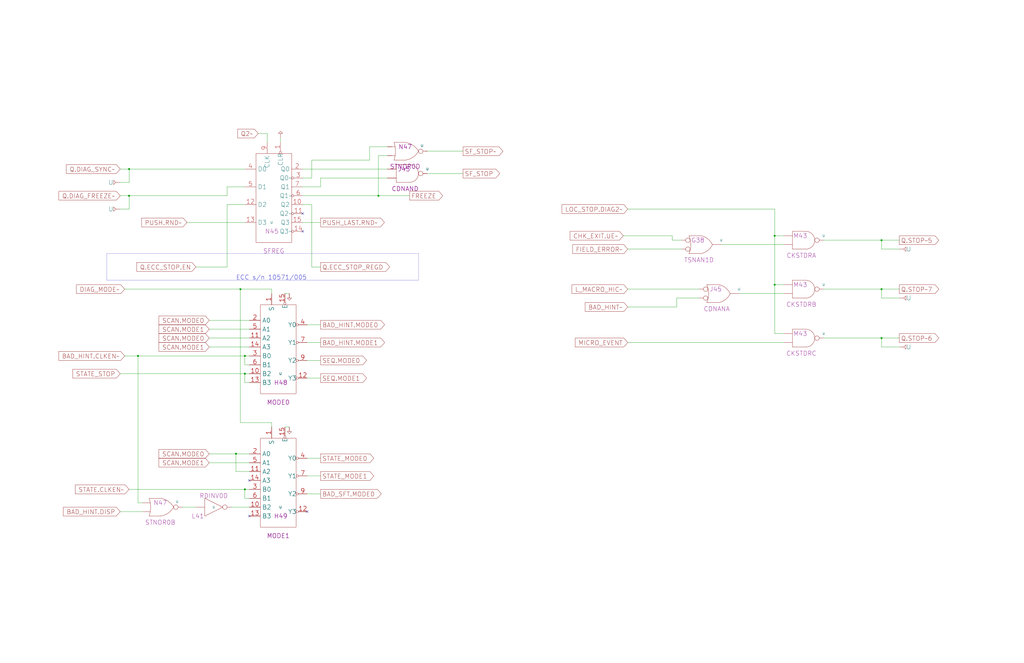
<source format=kicad_sch>
(kicad_sch (version 20220404) (generator eeschema)
  (paper "User" 584.2 378.46)
  (title_block (title "CLOCK MODE GENERATION") (date "22-MAY-90") (rev "1.0") (comment 1 "SEQUENCER") (comment 2 "232-003064") (comment 3 "S400") (comment 4 "RELEASED"))
  (lib_symbols
    (symbol "r1000:F00" (pin_numbers hide) (pin_names hide)
      (property "Reference" "U" (at 15.24 0 0))
      (property "Value" "F00" (at 1.905 -5.08 0))
      (property "Location" "___" (at 1.905 0 0))
      (property "Name" "______" (at 2.54 -12.7 0))
      (symbol "F00_0_1"
        (polyline (pts (xy -2.54 -7.62) (xy 5.08 -7.62)) (stroke (width 0.1524)))
        (polyline (pts (xy -2.54 2.54) (xy -2.54 -7.62)) (stroke (width 0.1524)))
        (polyline (pts (xy -2.54 2.54) (xy 5.08 2.54)) (stroke (width 0.1524)))
        (arc (start 5.08 -7.62) (mid 10.1282 -2.54) (end 5.08 2.54) (stroke (width 0.1524)))
        (circle (center 11.43 -2.54) (radius 1.27) (stroke (width 0.1524)))
      )
      (symbol "F00_0_2"
        (circle (center -3.81 -5.08) (radius 1.27) (stroke (width 0.1524)))
        (circle (center -3.81 0) (radius 1.27) (stroke (width 0.1524)))
        (arc (start -3.175 -7.62) (mid -2.134 -2.54) (end -3.175 2.54) (stroke (width 0.1524)))
        (polyline (pts (xy -3.175 -7.62) (xy 3.81 -7.62)) (stroke (width 0.1524)))
        (polyline (pts (xy -3.175 2.54) (xy 3.81 2.54)) (stroke (width 0.1524)))
        (arc (start 3.81 -7.62) (mid 7.5855 -5.8306) (end 10.16 -2.54) (stroke (width 0.1524)))
        (arc (start 10.16 -2.54) (mid 7.5827 0.7471) (end 3.81 2.54) (stroke (width 0.1524)))
      )
      (symbol "F00_1_1"
        (pin input line (at -7.62 0 0) (length 5.08) (name "D0") (number "1"))
        (pin input line (at -7.62 -5.08 0) (length 5.08) (name "D1") (number "2"))
        (pin output line (at 15.24 -2.54 180) (length 2.54) (name "Q") (number "3"))
      )
      (symbol "F00_1_2"
        (pin input line (at -7.62 0 0) (length 2.54) (name "D0") (number "1"))
        (pin input line (at -7.62 -5.08 0) (length 2.54) (name "D1") (number "2"))
        (pin output line (at 15.24 -2.54 180) (length 5.08) (name "Q") (number "3"))
      )
    )
    (symbol "r1000:F02" (pin_numbers hide) (pin_names hide)
      (property "Reference" "U" (at 12.16 0.635 0))
      (property "Value" "F02" (at -1.27 -4.445 0))
      (property "Location" "___" (at 2.54 0 0))
      (property "Name" "______" (at 2.54 -12.7 0))
      (symbol "F02_0_1"
        (arc (start -3.81 -7.62) (mid -2.9847 -2.54) (end -3.81 2.54) (stroke (width 0.1524)))
        (polyline (pts (xy -5.08 -5.08) (xy -3.175 -5.08)) (stroke (width 0.1524)))
        (polyline (pts (xy -5.08 0) (xy -3.175 0)) (stroke (width 0.1524)))
        (polyline (pts (xy -3.81 -7.62) (xy 2.54 -7.62)) (stroke (width 0.1524)))
        (polyline (pts (xy -3.81 2.54) (xy 2.54 2.54)) (stroke (width 0.1524)))
        (polyline (pts (xy 13.97 -2.54) (xy 12.7 -2.54)) (stroke (width 0.1524)))
        (arc (start 2.54 -7.62) (mid 6.9515 -5.9823) (end 10.16 -2.54) (stroke (width 0.1524)))
        (arc (start 10.16 -2.54) (mid 6.9478 0.8966) (end 2.54 2.54) (stroke (width 0.1524)))
        (circle (center 11.43 -2.54) (radius 1.27) (stroke (width 0.1524)))
      )
      (symbol "F02_0_2"
        (circle (center -3.81 -5.08) (radius 1.27) (stroke (width 0.1524)))
        (circle (center -3.81 0) (radius 1.27) (stroke (width 0.1524)))
        (polyline (pts (xy -2.54 -7.62) (xy 5.08 -7.62)) (stroke (width 0.1524)))
        (polyline (pts (xy -2.54 2.54) (xy -2.54 -7.62)) (stroke (width 0.1524)))
        (polyline (pts (xy -2.54 2.54) (xy 5.08 2.54)) (stroke (width 0.1524)))
        (polyline (pts (xy 11.43 -2.54) (xy 10.16 -2.54)) (stroke (width 0.1524)))
        (polyline (pts (xy 11.43 -2.54) (xy 12.7 -2.54)) (stroke (width 0.1524)))
        (arc (start 5.08 -7.62) (mid 10.1282 -2.54) (end 5.08 2.54) (stroke (width 0.1524)))
      )
      (symbol "F02_1_1"
        (pin input line (at -7.62 0 0) (length 2.54) (name "D0") (number "1"))
        (pin input line (at -7.62 -5.08 0) (length 2.54) (name "D1") (number "2"))
        (pin output line (at 15.24 -2.54 180) (length 1.27) (name "Q") (number "3"))
      )
      (symbol "F02_1_2"
        (pin input line (at -7.62 0 0) (length 2.54) (name "D0") (number "1"))
        (pin input line (at -7.62 -5.08 0) (length 2.54) (name "D1") (number "2"))
        (pin output line (at 15.24 -2.54 180) (length 2.54) (name "Q") (number "3"))
      )
    )
    (symbol "r1000:F04" (pin_numbers hide) (pin_names hide)
      (property "Reference" "U" (at 0 0 0))
      (property "Value" "F04" (at 1.27 -5.08 0))
      (property "Location" "___" (at -12.7 -5.08 0))
      (property "Name" "______" (at 0 5.08 0))
      (symbol "F04_0_1"
        (polyline (pts (xy -7.62 0) (xy -5.08 0)) (stroke (width 0.1524)))
        (polyline (pts (xy -5.08 5.08) (xy -5.08 -5.08)) (stroke (width 0.1524)))
        (polyline (pts (xy 5.08 0) (xy -5.08 -5.08)) (stroke (width 0.1524)))
        (polyline (pts (xy 5.08 0) (xy -5.08 5.08)) (stroke (width 0.1524)))
        (circle (center 6.35 0) (radius 1.27) (stroke (width 0.1524)))
      )
      (symbol "F04_1_1"
        (pin input line (at -10.16 0 0) (length 2.54) (name "D0") (number "1"))
        (pin output line (at 10.16 0 180) (length 2.54) (name "Q") (number "2"))
      )
    )
    (symbol "r1000:F158" (pin_names (offset 1.016))
      (property "Reference" "U" (at 2.54 5.08 0))
      (property "Value" "F158" (at -3.81 -5.08 0))
      (property "Location" "___" (at -1.27 0 0))
      (property "Name" "______" (at 1.27 -12.7 0))
      (symbol "F158_1_1"
        (rectangle (start -8.89 44.45) (end 11.43 -6.35))
        (circle (center 5.08 45.085) (radius 0.635))
        (circle (center 12.065 2.54) (radius 0.635))
        (circle (center 12.065 12.7) (radius 0.635))
        (circle (center 12.065 22.86) (radius 0.635))
        (circle (center 12.065 33.02) (radius 0.635))
        (pin input line (at -2.54 50.8 270) (length 6.35) (name "S") (number "1"))
        (pin input line (at -15.24 5.08 0) (length 6.35) (name "B2") (number "10"))
        (pin input line (at -15.24 25.4 0) (length 6.35) (name "A2") (number "11"))
        (pin output line (at 17.78 2.54 180) (length 5.08) (name "Y3") (number "12"))
        (pin input line (at -15.24 0 0) (length 6.35) (name "B3") (number "13"))
        (pin input line (at -15.24 20.32 0) (length 6.35) (name "A3") (number "14"))
        (pin input line (at 5.08 50.8 270) (length 5.08) (name "E") (number "15"))
        (pin input line (at -15.24 35.56 0) (length 6.35) (name "A0") (number "2"))
        (pin input line (at -15.24 15.24 0) (length 6.35) (name "B0") (number "3"))
        (pin output line (at 17.78 33.02 180) (length 5.08) (name "Y0") (number "4"))
        (pin input line (at -15.24 30.48 0) (length 6.35) (name "A1") (number "5"))
        (pin input line (at -15.24 10.16 0) (length 6.35) (name "B1") (number "6"))
        (pin output line (at 17.78 22.86 180) (length 5.08) (name "Y1") (number "7"))
        (pin output line (at 17.78 12.7 180) (length 5.08) (name "Y2") (number "9"))
      )
    )
    (symbol "r1000:F175" (pin_names (offset 1.016))
      (property "Reference" "U" (at 2.54 5.08 0))
      (property "Value" "F175" (at -1.27 -5.08 0))
      (property "Location" "___" (at -1.27 0 0))
      (property "Name" "______" (at 3.81 -12.7 0))
      (symbol "F175_1_1"
        (rectangle (start -6.35 44.45) (end 13.97 -6.35))
        (circle (center 7.62 45.085) (radius 0.635))
        (circle (center 14.605 0) (radius 0.635))
        (circle (center 14.605 10.16) (radius 0.635))
        (circle (center 14.605 20.32) (radius 0.635))
        (circle (center 14.605 30.48) (radius 0.635))
        (pin input line (at 7.62 50.8 270) (length 5.08) (name "CLR") (number "1"))
        (pin output line (at 20.32 15.24 180) (length 6.35) (name "Q2") (number "10"))
        (pin output line (at 20.32 10.16 180) (length 5.08) (name "Q2~") (number "11"))
        (pin input line (at -12.7 15.24 0) (length 6.35) (name "D2") (number "12"))
        (pin input line (at -12.7 5.08 0) (length 6.35) (name "D3") (number "13"))
        (pin output line (at 20.32 0 180) (length 5.08) (name "Q3~") (number "14"))
        (pin output line (at 20.32 5.08 180) (length 6.35) (name "Q3") (number "15"))
        (pin output line (at 20.32 35.56 180) (length 6.35) (name "Q0") (number "2"))
        (pin output line (at 20.32 30.48 180) (length 5.08) (name "Q0~") (number "3"))
        (pin input line (at -12.7 35.56 0) (length 6.35) (name "D0") (number "4"))
        (pin input line (at -12.7 25.4 0) (length 6.35) (name "D1") (number "5"))
        (pin output line (at 20.32 20.32 180) (length 5.08) (name "Q1~") (number "6"))
        (pin output line (at 20.32 25.4 180) (length 6.35) (name "Q1") (number "7"))
        (pin input line (at 0 50.8 270) (length 6.35) (name "CLK") (number "9"))
      )
    )
    (symbol "r1000:F37" (pin_numbers hide) (pin_names (offset 0) hide)
      (property "Reference" "U" (at 15.24 0 0))
      (property "Value" "F37" (at 1.905 -5.08 0))
      (property "Location" "___" (at 1.905 0 0))
      (property "Name" "______" (at 2.54 -12.7 0))
      (symbol "F37_0_1"
        (polyline (pts (xy -2.54 -7.62) (xy 5.08 -7.62)) (stroke (width 0.1524)))
        (polyline (pts (xy -2.54 2.54) (xy -2.54 -7.62)) (stroke (width 0.1524)))
        (polyline (pts (xy -2.54 2.54) (xy 5.08 2.54)) (stroke (width 0.1524)))
        (arc (start 5.08 -7.62) (mid 10.1282 -2.54) (end 5.08 2.54) (stroke (width 0.1524)))
        (circle (center 11.43 -2.54) (radius 1.27) (stroke (width 0.1524)))
      )
      (symbol "F37_0_2"
        (circle (center -3.81 -5.08) (radius 1.27) (stroke (width 0.1524)))
        (circle (center -3.81 0) (radius 1.27) (stroke (width 0.1524)))
        (arc (start -3.175 -7.62) (mid -2.134 -2.54) (end -3.175 2.54) (stroke (width 0.1524)))
        (polyline (pts (xy -3.175 -7.62) (xy 3.81 -7.62)) (stroke (width 0.1524)))
        (polyline (pts (xy -3.175 2.54) (xy 3.81 2.54)) (stroke (width 0.1524)))
        (arc (start 3.81 -7.62) (mid 7.5855 -5.8306) (end 10.16 -2.54) (stroke (width 0.1524)))
        (arc (start 10.16 -2.54) (mid 7.5827 0.7471) (end 3.81 2.54) (stroke (width 0.1524)))
      )
      (symbol "F37_1_1"
        (pin input line (at -7.62 0 0) (length 5.08) (name "D0") (number "1"))
        (pin input line (at -7.62 -5.08 0) (length 5.08) (name "D1") (number "2"))
        (pin output line (at 15.24 -2.54 180) (length 2.54) (name "Q") (number "3"))
      )
      (symbol "F37_1_2"
        (pin input line (at -7.62 0 0) (length 2.54) (name "D0") (number "1"))
        (pin input line (at -7.62 -5.08 0) (length 2.54) (name "D1") (number "2"))
        (pin output line (at 15.24 -2.54 180) (length 5.08) (name "Q") (number "3"))
      )
    )
    (symbol "r1000:GB" (pin_numbers hide) (pin_names (offset 0) hide)
      (property "Reference" "GB" (at 3.81 0 0))
      (symbol "GB_0_1"
        (polyline (pts (xy 2.54 0) (xy 3.81 1.27) (xy 3.81 -1.27) (xy 2.54 0)) (stroke (width 0.1524)))
      )
      (symbol "GB_1_1"
        (pin bidirectional line (at 0 0 0) (length 2.54) (name "") (number "1"))
      )
    )
    (symbol "r1000:PD" (power) (pin_numbers hide) (pin_names hide) (in_bom no)
      (symbol "PD_0_1"
        (polyline (pts (xy 0 -2.54) (xy 1.27 -2.54) (xy 0 -3.81) (xy -1.27 -2.54) (xy 0 -2.54)) (stroke (width 0.1524)))
      )
      (symbol "PD_1_1"
        (pin power_in line (at 0 0 270) (length 2.54) (name "PD") (number "1"))
      )
    )
    (symbol "r1000:PU" (power) (pin_numbers hide) (pin_names hide)
      (symbol "PU_0_1"
        (polyline (pts (xy 0 2.54) (xy -1.27 2.54) (xy 0 3.81) (xy 1.27 2.54) (xy 0 2.54)) (stroke (width 0.1524)))
      )
      (symbol "PU_1_1"
        (pin power_in line (at 0 0 90) (length 2.54) (name "PU") (number "1"))
      )
    )
  )
  (junction (at 78.74 203.2))
  (junction (at 502.92 193.04))
  (junction (at 502.92 137.16))
  (junction (at 441.96 162.56))
  (junction (at 139.7 213.36))
  (junction (at 441.96 134.62))
  (junction (at 502.92 165.1))
  (junction (at 139.7 279.4))
  (junction (at 134.62 259.08))
  (junction (at 137.16 165.1))
  (junction (at 139.7 203.2))
  (junction (at 73.66 111.76))
  (junction (at 215.9 111.76))
  (junction (at 73.66 96.52))
  (no_connect (at 142.24 274.32))
  (no_connect (at 175.26 292.1))
  (no_connect (at 172.72 132.08))
  (no_connect (at 172.72 121.92))
  (no_connect (at 142.24 294.64))
  (wire (pts (xy 134.62 269.24) (xy 134.62 259.08)))
  (wire (pts (xy 177.8 91.44) (xy 210.82 91.44)))
  (wire (pts (xy 513.08 170.18) (xy 502.92 170.18)))
  (wire (pts (xy 139.7 218.44) (xy 139.7 213.36)))
  (wire (pts (xy 177.8 152.4) (xy 177.8 116.84)))
  (wire (pts (xy 172.72 127) (xy 182.88 127)))
  (wire (pts (xy 358.14 142.24) (xy 388.62 142.24)))
  (wire (pts (xy 68.58 119.38) (xy 73.66 119.38)))
  (wire (pts (xy 73.66 104.14) (xy 73.66 96.52)))
  (wire (pts (xy 119.38 198.12) (xy 142.24 198.12)))
  (wire (pts (xy 119.38 264.16) (xy 142.24 264.16)))
  (wire (pts (xy 119.38 187.96) (xy 142.24 187.96)))
  (wire (pts (xy 129.54 116.84) (xy 139.7 116.84)))
  (wire (pts (xy 142.24 208.28) (xy 139.7 208.28)))
  (wire (pts (xy 182.88 101.6) (xy 220.98 101.6)))
  (wire (pts (xy 137.16 165.1) (xy 137.16 241.3)))
  (wire (pts (xy 147.32 76.2) (xy 152.4 76.2)))
  (wire (pts (xy 172.72 106.68) (xy 182.88 106.68)))
  (polyline (pts (xy 238.76 160.02) (xy 60.96 160.02)) (stroke (width 0.0243)))
  (wire (pts (xy 73.66 279.4) (xy 139.7 279.4)))
  (wire (pts (xy 386.08 175.26) (xy 386.08 170.18)))
  (wire (pts (xy 132.08 289.56) (xy 142.24 289.56)))
  (wire (pts (xy 162.56 243.84) (xy 165.1 243.84)))
  (wire (pts (xy 160.02 78.74) (xy 160.02 81.28)))
  (wire (pts (xy 154.94 243.84) (xy 154.94 241.3)))
  (wire (pts (xy 355.6 134.62) (xy 383.54 134.62)))
  (wire (pts (xy 502.92 142.24) (xy 502.92 137.16)))
  (wire (pts (xy 447.04 162.56) (xy 441.96 162.56)))
  (wire (pts (xy 411.48 139.7) (xy 447.04 139.7)))
  (wire (pts (xy 175.26 281.94) (xy 182.88 281.94)))
  (wire (pts (xy 215.9 88.9) (xy 220.98 88.9)))
  (wire (pts (xy 142.24 284.48) (xy 139.7 284.48)))
  (wire (pts (xy 383.54 134.62) (xy 383.54 137.16)))
  (wire (pts (xy 441.96 162.56) (xy 441.96 190.5)))
  (wire (pts (xy 469.9 165.1) (xy 502.92 165.1)))
  (wire (pts (xy 139.7 284.48) (xy 139.7 279.4)))
  (wire (pts (xy 73.66 111.76) (xy 129.54 111.76)))
  (wire (pts (xy 119.38 182.88) (xy 142.24 182.88)))
  (wire (pts (xy 139.7 279.4) (xy 142.24 279.4)))
  (wire (pts (xy 502.92 198.12) (xy 502.92 193.04)))
  (wire (pts (xy 441.96 119.38) (xy 441.96 134.62)))
  (wire (pts (xy 175.26 271.78) (xy 182.88 271.78)))
  (wire (pts (xy 139.7 213.36) (xy 142.24 213.36)))
  (wire (pts (xy 210.82 91.44) (xy 210.82 83.82)))
  (wire (pts (xy 175.26 195.58) (xy 182.88 195.58)))
  (wire (pts (xy 81.28 287.02) (xy 78.74 287.02)))
  (wire (pts (xy 358.14 195.58) (xy 447.04 195.58)))
  (wire (pts (xy 71.12 165.1) (xy 137.16 165.1)))
  (wire (pts (xy 177.8 101.6) (xy 177.8 91.44)))
  (wire (pts (xy 119.38 193.04) (xy 142.24 193.04)))
  (wire (pts (xy 243.84 86.36) (xy 264.16 86.36)))
  (wire (pts (xy 172.72 101.6) (xy 177.8 101.6)))
  (wire (pts (xy 129.54 152.4) (xy 129.54 116.84)))
  (wire (pts (xy 175.26 185.42) (xy 182.88 185.42)))
  (wire (pts (xy 441.96 162.56) (xy 441.96 134.62)))
  (wire (pts (xy 441.96 134.62) (xy 447.04 134.62)))
  (wire (pts (xy 68.58 96.52) (xy 73.66 96.52)))
  (wire (pts (xy 215.9 111.76) (xy 233.68 111.76)))
  (wire (pts (xy 502.92 193.04) (xy 513.08 193.04)))
  (wire (pts (xy 68.58 213.36) (xy 139.7 213.36)))
  (wire (pts (xy 139.7 203.2) (xy 139.7 208.28)))
  (wire (pts (xy 421.64 167.64) (xy 447.04 167.64)))
  (wire (pts (xy 154.94 241.3) (xy 137.16 241.3)))
  (wire (pts (xy 182.88 152.4) (xy 177.8 152.4)))
  (wire (pts (xy 177.8 116.84) (xy 172.72 116.84)))
  (wire (pts (xy 142.24 269.24) (xy 134.62 269.24)))
  (wire (pts (xy 78.74 287.02) (xy 78.74 203.2)))
  (wire (pts (xy 68.58 111.76) (xy 73.66 111.76)))
  (polyline (pts (xy 238.76 144.78) (xy 238.76 160.02)) (stroke (width 0.0243)))
  (wire (pts (xy 358.14 119.38) (xy 441.96 119.38)))
  (wire (pts (xy 215.9 111.76) (xy 215.9 88.9)))
  (wire (pts (xy 502.92 165.1) (xy 513.08 165.1)))
  (wire (pts (xy 139.7 203.2) (xy 142.24 203.2)))
  (wire (pts (xy 162.56 167.64) (xy 165.1 167.64)))
  (wire (pts (xy 78.74 203.2) (xy 139.7 203.2)))
  (wire (pts (xy 111.76 152.4) (xy 129.54 152.4)))
  (wire (pts (xy 137.16 165.1) (xy 154.94 165.1)))
  (wire (pts (xy 152.4 76.2) (xy 152.4 81.28)))
  (wire (pts (xy 172.72 111.76) (xy 215.9 111.76)))
  (wire (pts (xy 358.14 165.1) (xy 398.78 165.1)))
  (wire (pts (xy 73.66 119.38) (xy 73.66 111.76)))
  (wire (pts (xy 513.08 198.12) (xy 502.92 198.12)))
  (wire (pts (xy 78.74 203.2) (xy 71.12 203.2)))
  (wire (pts (xy 210.82 83.82) (xy 220.98 83.82)))
  (wire (pts (xy 447.04 190.5) (xy 441.96 190.5)))
  (wire (pts (xy 469.9 137.16) (xy 502.92 137.16)))
  (wire (pts (xy 154.94 165.1) (xy 154.94 167.64)))
  (wire (pts (xy 142.24 218.44) (xy 139.7 218.44)))
  (wire (pts (xy 502.92 170.18) (xy 502.92 165.1)))
  (wire (pts (xy 383.54 137.16) (xy 388.62 137.16)))
  (wire (pts (xy 175.26 215.9) (xy 182.88 215.9)))
  (wire (pts (xy 129.54 111.76) (xy 129.54 106.68)))
  (wire (pts (xy 104.14 289.56) (xy 111.76 289.56)))
  (wire (pts (xy 243.84 99.06) (xy 264.16 99.06)))
  (wire (pts (xy 175.26 205.74) (xy 182.88 205.74)))
  (wire (pts (xy 73.66 96.52) (xy 139.7 96.52)))
  (polyline (pts (xy 60.96 144.78) (xy 60.96 160.02)) (stroke (width 0.0243)))
  (wire (pts (xy 134.62 259.08) (xy 142.24 259.08)))
  (wire (pts (xy 513.08 142.24) (xy 502.92 142.24)))
  (wire (pts (xy 469.9 193.04) (xy 502.92 193.04)))
  (wire (pts (xy 502.92 137.16) (xy 513.08 137.16)))
  (wire (pts (xy 68.58 104.14) (xy 73.66 104.14)))
  (wire (pts (xy 358.14 175.26) (xy 386.08 175.26)))
  (wire (pts (xy 129.54 106.68) (xy 139.7 106.68)))
  (wire (pts (xy 106.68 127) (xy 139.7 127)))
  (wire (pts (xy 182.88 106.68) (xy 182.88 101.6)))
  (wire (pts (xy 175.26 261.62) (xy 182.88 261.62)))
  (wire (pts (xy 386.08 170.18) (xy 398.78 170.18)))
  (wire (pts (xy 119.38 259.08) (xy 134.62 259.08)))
  (polyline (pts (xy 60.96 144.78) (xy 238.76 144.78)) (stroke (width 0.0243)))
  (wire (pts (xy 172.72 96.52) (xy 220.98 96.52)))
  (wire (pts (xy 68.58 292.1) (xy 81.28 292.1)))
  (text "ECC s/n 10571/005" (at 134.62 160.02 0) (effects (font (size 2.54 2.54)) (justify left bottom)))
  (global_label "Q.ECC_STOP.EN" (shape input) (at 111.76 152.4 180) (effects (font (size 2.54 2.54))) (property "Intersheet References" "${INTERSHEET_REFS}" (at 77.6454 152.2413 0) (effects (font (size 1.905 1.905)) (justify right))))
  (global_label "STATE_MODE0" (shape output) (at 182.88 261.62 0) (effects (font (size 2.54 2.54))) (property "Intersheet References" "${INTERSHEET_REFS}" (at 213.227 261.4613 0) (effects (font (size 1.905 1.905)) (justify left))))
  (global_label "CHK_EXIT.UE~" (shape input) (at 355.6 134.62 180) (effects (font (size 2.54 2.54))) (property "Intersheet References" "${INTERSHEET_REFS}" (at 325.253 134.4613 0) (effects (font (size 1.905 1.905)) (justify right))))
  (global_label "SCAN.MODE1" (shape input) (at 119.38 187.96 180) (effects (font (size 2.54 2.54))) (property "Intersheet References" "${INTERSHEET_REFS}" (at 90.7264 187.8013 0) (effects (font (size 1.905 1.905)) (justify right))))
  (global_label "STATE_STOP" (shape input) (at 68.58 213.36 180) (effects (font (size 2.54 2.54))) (property "Intersheet References" "${INTERSHEET_REFS}" (at 41.4988 213.2013 0) (effects (font (size 1.905 1.905)) (justify right))))
  (global_label "SCAN.MODE1" (shape input) (at 119.38 264.16 180) (effects (font (size 2.54 2.54))) (property "Intersheet References" "${INTERSHEET_REFS}" (at 90.7264 264.0013 0) (effects (font (size 1.905 1.905)) (justify right))))
  (global_label "SEQ.MODE0" (shape output) (at 182.88 205.74 0) (effects (font (size 2.54 2.54))) (property "Intersheet References" "${INTERSHEET_REFS}" (at 209.1146 205.5813 0) (effects (font (size 1.905 1.905)) (justify left))))
  (global_label "SEQ.MODE1" (shape output) (at 182.88 215.9 0) (effects (font (size 2.54 2.54))) (property "Intersheet References" "${INTERSHEET_REFS}" (at 209.1146 215.7413 0) (effects (font (size 1.905 1.905)) (justify left))))
  (global_label "SCAN.MODE1" (shape input) (at 119.38 198.12 180) (effects (font (size 2.54 2.54))) (property "Intersheet References" "${INTERSHEET_REFS}" (at 90.7264 197.9613 0) (effects (font (size 1.905 1.905)) (justify right))))
  (global_label "FIELD_ERROR~" (shape input) (at 358.14 142.24 180) (effects (font (size 2.54 2.54))) (property "Intersheet References" "${INTERSHEET_REFS}" (at 326.7045 142.0813 0) (effects (font (size 1.905 1.905)) (justify right))))
  (global_label "DIAG_MODE~" (shape input) (at 71.12 165.1 180) (effects (font (size 2.54 2.54))) (property "Intersheet References" "${INTERSHEET_REFS}" (at 43.6759 164.9413 0) (effects (font (size 1.905 1.905)) (justify right))))
  (global_label "BAD_SFT.MODE0" (shape output) (at 182.88 281.94 0) (effects (font (size 2.54 2.54))) (property "Intersheet References" "${INTERSHEET_REFS}" (at 217.4603 281.7813 0) (effects (font (size 1.905 1.905)) (justify left))))
  (global_label "STATE.CLKEN~" (shape input) (at 73.66 279.4 180) (effects (font (size 2.54 2.54))) (property "Intersheet References" "${INTERSHEET_REFS}" (at 36.7816 279.2413 0) (effects (font (size 1.905 1.905)) (justify right))))
  (global_label "Q.DIAG_SYNC~" (shape input) (at 68.58 96.52 180) (effects (font (size 2.54 2.54))) (property "Intersheet References" "${INTERSHEET_REFS}" (at 37.8702 96.3613 0) (effects (font (size 1.905 1.905)) (justify right))))
  (global_label "PUSH_LAST.RND~" (shape output) (at 182.88 127 0) (effects (font (size 2.54 2.54))) (property "Intersheet References" "${INTERSHEET_REFS}" (at 219.2746 126.8413 0) (effects (font (size 1.905 1.905)) (justify left))))
  (global_label "FREEZE" (shape output) (at 233.68 111.76 0) (effects (font (size 2.54 2.54))) (property "Intersheet References" "${INTERSHEET_REFS}" (at 252.5365 111.6013 0) (effects (font (size 1.905 1.905)) (justify left))))
  (global_label "BAD_HINT.CLKEN~" (shape input) (at 71.12 203.2 180) (effects (font (size 2.54 2.54))) (property "Intersheet References" "${INTERSHEET_REFS}" (at 33.5159 203.0413 0) (effects (font (size 1.905 1.905)) (justify right))))
  (global_label "BAD_HINT~" (shape input) (at 358.14 175.26 180) (effects (font (size 2.54 2.54))) (property "Intersheet References" "${INTERSHEET_REFS}" (at 333.8407 175.1013 0) (effects (font (size 1.905 1.905)) (justify right))))
  (global_label "Q.DIAG_FREEZE~" (shape input) (at 68.58 111.76 180) (effects (font (size 2.54 2.54))) (property "Intersheet References" "${INTERSHEET_REFS}" (at 33.6369 111.6013 0) (effects (font (size 1.905 1.905)) (justify right))))
  (global_label "SCAN.MODE0" (shape input) (at 119.38 259.08 180) (effects (font (size 2.54 2.54))) (property "Intersheet References" "${INTERSHEET_REFS}" (at 90.7264 258.9213 0) (effects (font (size 1.905 1.905)) (justify right))))
  (global_label "BAD_HINT.DISP" (shape input) (at 68.58 292.1 180) (effects (font (size 2.54 2.54))) (property "Intersheet References" "${INTERSHEET_REFS}" (at 36.1769 291.9413 0) (effects (font (size 1.905 1.905)) (justify right))))
  (global_label "PUSH.RND~" (shape input) (at 106.68 127 180) (effects (font (size 2.54 2.54))) (property "Intersheet References" "${INTERSHEET_REFS}" (at 80.4273 126.8413 0) (effects (font (size 1.905 1.905)) (justify right))))
  (global_label "Q.STOP~6" (shape output) (at 513.08 193.04 0) (effects (font (size 2.54 2.54))) (property "Intersheet References" "${INTERSHEET_REFS}" (at 535.565 192.8813 0) (effects (font (size 1.905 1.905)) (justify left))))
  (global_label "BAD_HINT.MODE1" (shape output) (at 182.88 195.58 0) (effects (font (size 2.54 2.54))) (property "Intersheet References" "${INTERSHEET_REFS}" (at 219.3955 195.4213 0) (effects (font (size 1.905 1.905)) (justify left))))
  (global_label "LOC_STOP.DIAG2~" (shape input) (at 358.14 119.38 180) (effects (font (size 2.54 2.54))) (property "Intersheet References" "${INTERSHEET_REFS}" (at 320.6569 119.2213 0) (effects (font (size 1.905 1.905)) (justify right))))
  (global_label "L_MACRO_HIC~" (shape input) (at 358.14 165.1 180) (effects (font (size 2.54 2.54))) (property "Intersheet References" "${INTERSHEET_REFS}" (at 326.3416 164.9413 0) (effects (font (size 1.905 1.905)) (justify right))))
  (global_label "Q2~" (shape input) (at 147.32 76.2 180) (effects (font (size 2.54 2.54))) (property "Intersheet References" "${INTERSHEET_REFS}" (at 135.5997 76.0413 0) (effects (font (size 1.905 1.905)) (justify right))))
  (global_label "SF_STOP~" (shape output) (at 264.16 86.36 0) (effects (font (size 2.54 2.54))) (property "Intersheet References" "${INTERSHEET_REFS}" (at 286.887 86.2013 0) (effects (font (size 1.905 1.905)) (justify left))))
  (global_label "BAD_HINT.MODE0" (shape output) (at 182.88 185.42 0) (effects (font (size 2.54 2.54))) (property "Intersheet References" "${INTERSHEET_REFS}" (at 219.3955 185.2613 0) (effects (font (size 1.905 1.905)) (justify left))))
  (global_label "SF_STOP" (shape output) (at 264.16 99.06 0) (effects (font (size 2.54 2.54))) (property "Intersheet References" "${INTERSHEET_REFS}" (at 285.0727 98.9013 0) (effects (font (size 1.905 1.905)) (justify left))))
  (global_label "STATE_MODE1" (shape output) (at 182.88 271.78 0) (effects (font (size 2.54 2.54))) (property "Intersheet References" "${INTERSHEET_REFS}" (at 213.227 271.6213 0) (effects (font (size 1.905 1.905)) (justify left))))
  (global_label "SCAN.MODE0" (shape input) (at 119.38 193.04 180) (effects (font (size 2.54 2.54))) (property "Intersheet References" "${INTERSHEET_REFS}" (at 90.7264 192.8813 0) (effects (font (size 1.905 1.905)) (justify right))))
  (global_label "Q.STOP~5" (shape output) (at 513.08 137.16 0) (effects (font (size 2.54 2.54))) (property "Intersheet References" "${INTERSHEET_REFS}" (at 535.565 137.0013 0) (effects (font (size 1.905 1.905)) (justify left))))
  (global_label "Q.ECC_STOP_REGD" (shape output) (at 182.88 152.4 0) (effects (font (size 2.54 2.54))) (property "Intersheet References" "${INTERSHEET_REFS}" (at 222.6794 152.2413 0) (effects (font (size 1.905 1.905)) (justify left))))
  (global_label "Q.STOP~7" (shape output) (at 513.08 165.1 0) (effects (font (size 2.54 2.54))) (property "Intersheet References" "${INTERSHEET_REFS}" (at 535.565 164.9413 0) (effects (font (size 1.905 1.905)) (justify left))))
  (global_label "SCAN.MODE0" (shape input) (at 119.38 182.88 180) (effects (font (size 2.54 2.54))) (property "Intersheet References" "${INTERSHEET_REFS}" (at 90.7264 182.7213 0) (effects (font (size 1.905 1.905)) (justify right))))
  (global_label "MICRO_EVENT" (shape input) (at 358.14 195.58 180) (effects (font (size 2.54 2.54))) (property "Intersheet References" "${INTERSHEET_REFS}" (at 328.1559 195.4213 0) (effects (font (size 1.905 1.905)) (justify right))))
  (symbol (lib_id "r1000:F00") (at 228.6 96.52 0) (unit 1)
    (default_instance (reference "U") (unit 1) (value "") (footprint ""))
    (property "Reference" "U" (at 243.84 96.52 0))
    (property "Location" "J45" (at 230.505 96.52 0) (effects (font (size 2.54 2.54))))
    (property "Name" "CDNAND" (at 231.14 109.22 0) (effects (font (size 2.54 2.54)) (justify bottom)))
  )
  (symbol (lib_id "r1000:GB") (at 513.08 170.18 0) (unit 1)
    (default_instance (reference "U") (unit 1) (value "") (footprint ""))
    (property "Reference" "U" (at 516.89 170.18 0) (effects (font (size 2.54 2.54)) (justify left)))
  )
  (symbol (lib_id "r1000:F37") (at 454.66 190.5 0) (unit 1)
    (default_instance (reference "U") (unit 1) (value "") (footprint ""))
    (property "Reference" "U" (at 469.9 190.5 0))
    (property "Location" "M43" (at 456.565 190.5 0) (effects (font (size 2.54 2.54))))
    (property "Name" "CKSTDRC" (at 457.2 203.2 0) (effects (font (size 2.54 2.54)) (justify bottom)))
  )
  (symbol (lib_id "r1000:F158") (at 157.48 294.64 0) (unit 1)
    (default_instance (reference "U") (unit 1) (value "") (footprint ""))
    (property "Reference" "U" (at 160.02 289.56 0))
    (property "Location" "H49" (at 156.21 294.64 0) (effects (font (size 2.54 2.54)) (justify left)))
    (property "Name" "MODE1" (at 158.75 307.34 0) (effects (font (size 2.54 2.54)) (justify bottom)))
  )
  (symbol (lib_id "r1000:F00") (at 406.4 165.1 0) (unit 1) (convert 2)
    (default_instance (reference "U") (unit 1) (value "") (footprint ""))
    (property "Reference" "U" (at 421.64 165.1 0))
    (property "Location" "J45" (at 408.305 165.1 0) (effects (font (size 2.54 2.54))))
    (property "Name" "CDNANA" (at 408.94 177.8 0) (effects (font (size 2.54 2.54)) (justify bottom)))
  )
  (symbol (lib_id "r1000:F175") (at 152.4 132.08 0) (unit 1)
    (default_instance (reference "U") (unit 1) (value "") (footprint ""))
    (property "Reference" "U" (at 154.94 127 0))
    (property "Location" "N45" (at 151.13 132.08 0) (effects (font (size 2.54 2.54)) (justify left)))
    (property "Name" "SFREG" (at 156.21 144.78 0) (effects (font (size 2.54 2.54)) (justify bottom)))
  )
  (symbol (lib_id "r1000:F02") (at 88.9 287.02 0) (unit 1)
    (default_instance (reference "U") (unit 1) (value "") (footprint ""))
    (property "Reference" "U" (at 101.06 286.385 0))
    (property "Location" "N47" (at 91.44 287.02 0) (effects (font (size 2.54 2.54))))
    (property "Name" "STNOR0B" (at 91.44 299.72 0) (effects (font (size 2.54 2.54)) (justify bottom)))
  )
  (symbol (lib_id "r1000:PD") (at 165.1 167.64 0) (unit 1) (in_bom no)
    (default_instance (reference "U") (unit 1) (value "") (footprint ""))
    (property "Reference" "U" (effects hide))
  )
  (symbol (lib_id "r1000:F00") (at 396.24 137.16 0) (unit 1) (convert 2)
    (default_instance (reference "U") (unit 1) (value "") (footprint ""))
    (property "Reference" "U" (at 411.48 137.16 0))
    (property "Location" "G38" (at 398.145 137.16 0) (effects (font (size 2.54 2.54))))
    (property "Name" "TSNAN1D" (at 398.78 149.86 0) (effects (font (size 2.54 2.54)) (justify bottom)))
  )
  (symbol (lib_id "r1000:PU") (at 160.02 78.74 0) (unit 1)
    (default_instance (reference "U") (unit 1) (value "") (footprint ""))
    (property "Reference" "U" (effects hide))
  )
  (symbol (lib_id "r1000:F02") (at 228.6 83.82 0) (unit 1)
    (default_instance (reference "U") (unit 1) (value "") (footprint ""))
    (property "Reference" "U" (at 240.76 83.185 0))
    (property "Location" "N47" (at 231.14 83.82 0) (effects (font (size 2.54 2.54))))
    (property "Name" "STNOR0D" (at 231.14 96.52 0) (effects (font (size 2.54 2.54)) (justify bottom)))
  )
  (symbol (lib_id "r1000:GB") (at 513.08 198.12 0) (unit 1)
    (default_instance (reference "U") (unit 1) (value "") (footprint ""))
    (property "Reference" "U" (at 516.89 198.12 0) (effects (font (size 2.54 2.54)) (justify left)))
  )
  (symbol (lib_id "r1000:PD") (at 165.1 243.84 0) (unit 1) (in_bom no)
    (default_instance (reference "U") (unit 1) (value "") (footprint ""))
    (property "Reference" "U" (effects hide))
  )
  (symbol (lib_id "r1000:F37") (at 454.66 162.56 0) (unit 1)
    (default_instance (reference "U") (unit 1) (value "") (footprint ""))
    (property "Reference" "U" (at 469.9 162.56 0))
    (property "Location" "M43" (at 456.565 162.56 0) (effects (font (size 2.54 2.54))))
    (property "Name" "CKSTDRB" (at 457.2 175.26 0) (effects (font (size 2.54 2.54)) (justify bottom)))
  )
  (symbol (lib_id "r1000:F37") (at 454.66 134.62 0) (unit 1)
    (default_instance (reference "U") (unit 1) (value "") (footprint ""))
    (property "Reference" "U" (at 469.9 134.62 0))
    (property "Location" "M43" (at 456.565 134.62 0) (effects (font (size 2.54 2.54))))
    (property "Name" "CKSTDRA" (at 457.2 147.32 0) (effects (font (size 2.54 2.54)) (justify bottom)))
  )
  (symbol (lib_id "r1000:F158") (at 157.48 218.44 0) (unit 1)
    (default_instance (reference "U") (unit 1) (value "") (footprint ""))
    (property "Reference" "U" (at 160.02 213.36 0))
    (property "Location" "H48" (at 156.21 218.44 0) (effects (font (size 2.54 2.54)) (justify left)))
    (property "Name" "MODE0" (at 158.75 231.14 0) (effects (font (size 2.54 2.54)) (justify bottom)))
  )
  (symbol (lib_id "r1000:GB") (at 68.58 119.38 0) (mirror y) (unit 1)
    (default_instance (reference "U") (unit 1) (value "") (footprint ""))
    (property "Reference" "U" (at 64.77 119.38 0) (effects (font (size 2.54 2.54)) (justify left)))
  )
  (symbol (lib_id "r1000:F04") (at 121.92 289.56 0) (unit 1)
    (default_instance (reference "U") (unit 1) (value "") (footprint ""))
    (property "Reference" "U" (at 121.92 289.56 0))
    (property "Location" "L41" (at 109.22 294.64 0) (effects (font (size 2.54 2.54)) (justify left)))
    (property "Name" "RDINV0D" (at 121.92 284.48 0) (effects (font (size 2.54 2.54)) (justify bottom)))
  )
  (symbol (lib_id "r1000:GB") (at 68.58 104.14 0) (mirror y) (unit 1)
    (default_instance (reference "U") (unit 1) (value "") (footprint ""))
    (property "Reference" "U" (at 64.77 104.14 0) (effects (font (size 2.54 2.54)) (justify left)))
  )
  (symbol (lib_id "r1000:GB") (at 513.08 142.24 0) (unit 1)
    (default_instance (reference "U") (unit 1) (value "") (footprint ""))
    (property "Reference" "U" (at 516.89 142.24 0) (effects (font (size 2.54 2.54)) (justify left)))
  )
)
</source>
